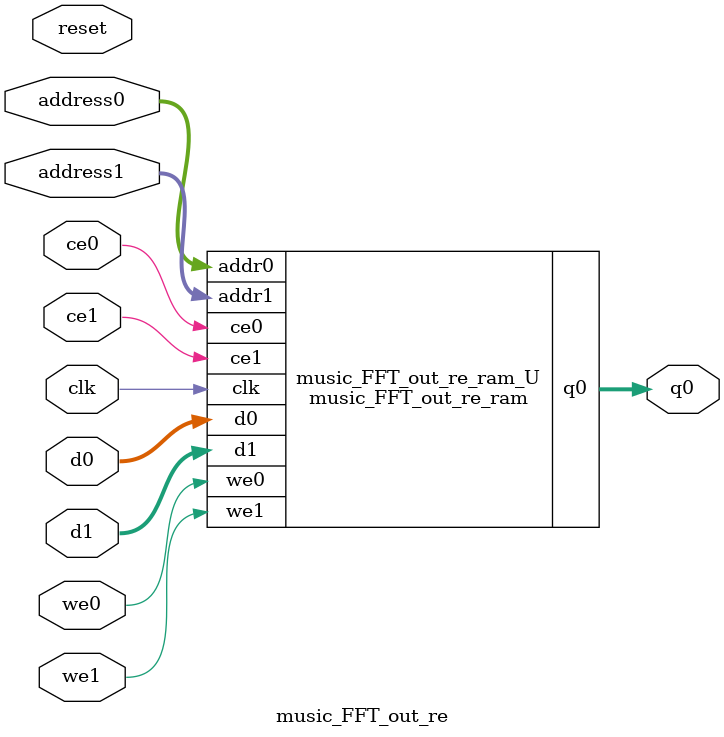
<source format=v>
`timescale 1 ns / 1 ps
module music_FFT_out_re_ram (addr0, ce0, d0, we0, q0, addr1, ce1, d1, we1,  clk);

parameter DWIDTH = 32;
parameter AWIDTH = 10;
parameter MEM_SIZE = 1024;

input[AWIDTH-1:0] addr0;
input ce0;
input[DWIDTH-1:0] d0;
input we0;
output reg[DWIDTH-1:0] q0;
input[AWIDTH-1:0] addr1;
input ce1;
input[DWIDTH-1:0] d1;
input we1;
input clk;

(* ram_style = "block" *)reg [DWIDTH-1:0] ram[0:MEM_SIZE-1];




always @(posedge clk)  
begin 
    if (ce0) 
    begin
        if (we0) 
        begin 
            ram[addr0] <= d0; 
        end 
        q0 <= ram[addr0];
    end
end


always @(posedge clk)  
begin 
    if (ce1) 
    begin
        if (we1) 
        begin 
            ram[addr1] <= d1; 
        end 
    end
end


endmodule

`timescale 1 ns / 1 ps
module music_FFT_out_re(
    reset,
    clk,
    address0,
    ce0,
    we0,
    d0,
    q0,
    address1,
    ce1,
    we1,
    d1);

parameter DataWidth = 32'd32;
parameter AddressRange = 32'd1024;
parameter AddressWidth = 32'd10;
input reset;
input clk;
input[AddressWidth - 1:0] address0;
input ce0;
input we0;
input[DataWidth - 1:0] d0;
output[DataWidth - 1:0] q0;
input[AddressWidth - 1:0] address1;
input ce1;
input we1;
input[DataWidth - 1:0] d1;



music_FFT_out_re_ram music_FFT_out_re_ram_U(
    .clk( clk ),
    .addr0( address0 ),
    .ce0( ce0 ),
    .we0( we0 ),
    .d0( d0 ),
    .q0( q0 ),
    .addr1( address1 ),
    .ce1( ce1 ),
    .we1( we1 ),
    .d1( d1 ));

endmodule


</source>
